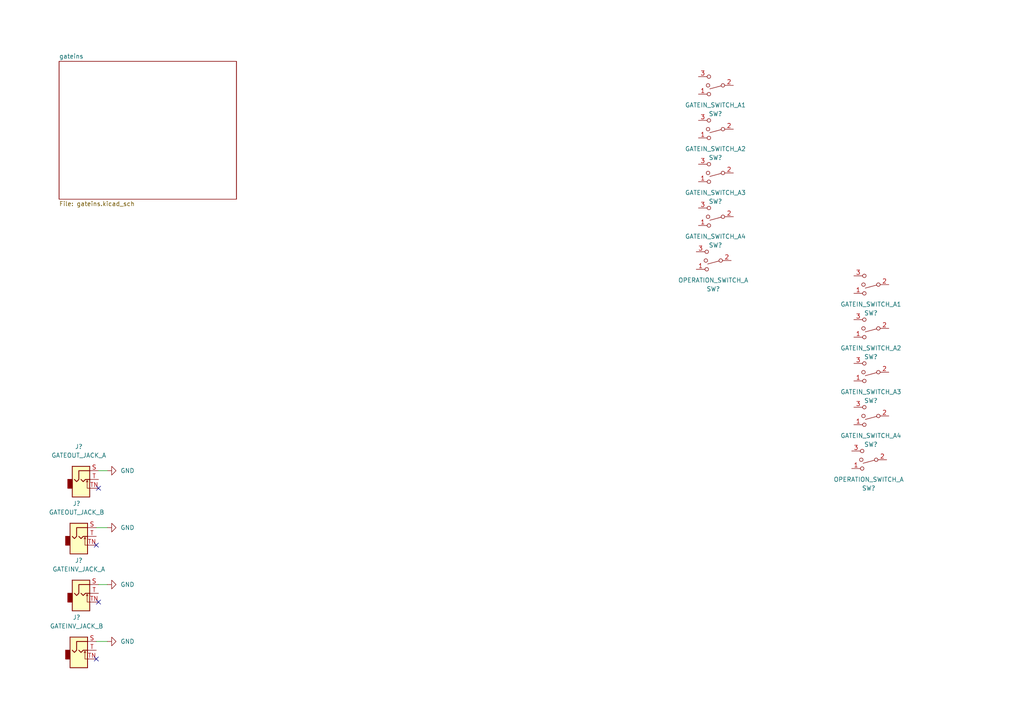
<source format=kicad_sch>
(kicad_sch (version 20211123) (generator eeschema)
  (paper "A4")
  (title_block (title "Logic") (date "2022-03-19") (rev "v0.01") (company "Olivia Artz Modular"))
  (lib_symbols
    (symbol "Switch:SW_SPDT_MSM" (pin_names (offset 0) hide)
      (property "Reference" "SW" (at 0 5.08 0))
      (property "Value" "SW_SPDT_MSM" (at 0 -5.08 0))
      (symbol "SW_SPDT_MSM_0_0"
        (circle (center -2.032 0) (radius 0.508))
        (polyline (pts (xy -1.524 0.127) (xy 1.778 1.016)))
        (circle (center 2.032 -2.54) (radius 0.508))
      )
      (symbol "SW_SPDT_MSM_0_1"
        (circle (center 2.032 2.54) (radius 0.508))
        (circle (center 2.286 0) (radius 0.508))
      )
      (symbol "SW_SPDT_MSM_1_1"
        (pin passive line (at 5.08 2.54 180) (length 2.54) (name "1") (number "1"))
        (pin passive line (at -5.08 0 0) (length 2.54) (name "2") (number "2"))
        (pin passive line (at 5.08 -2.54 180) (length 2.54) (name "3") (number "3"))
      )
    )
    (symbol "power:GND" (power) (pin_names (offset 0))
      (property "Value" "GND" (at 0 -3.81 0))
      (symbol "GND_0_1"
        (polyline (pts (xy 0 0) (xy 0 -1.27) (xy 1.27 -1.27) (xy 0 -2.54) (xy -1.27 -1.27) (xy 0 -1.27)))
      )
      (symbol "GND_1_1"
        (pin power_in line (at 0 0 270) (length 0) hide (name "GND") (number "1"))
      )
    )
    (symbol "winterbloom:Eurorack_Mono_Jack" (pin_names hide)
      (property "Reference" "J" (at 3.302 -4.064 0))
      (property "Value" "Eurorack_Mono_Jack" (at 0 5.08 0))
      (symbol "Eurorack_Mono_Jack_0_1"
        (rectangle (start -2.54 -5.08) (end 2.54 3.81) (stroke (width 0.254)) (fill (type background)))
        (polyline (pts (xy -1.778 -1.016) (xy -2.032 -0.508)))
        (polyline (pts (xy -2.54 1.27) (xy -1.778 1.27) (xy -1.778 -1.016) (xy -1.524 -0.508)))
        (polyline (pts (xy 0 -1.27) (xy -0.635 -0.635) (xy -1.27 -1.27) (xy -2.54 -1.27)) (stroke (width 0.254)))
        (polyline (pts (xy -2.54 -3.81) (xy 0.635 -3.81) (xy 0.635 -1.27) (xy 1.27 -0.635) (xy 1.905 -1.27)) (stroke (width 0.254)))
        (rectangle (start 2.54 -1.27) (end 3.81 1.27) (stroke (width 0.254)) (fill (type outline)))
      )
      (symbol "Eurorack_Mono_Jack_1_1"
        (pin passive line (at -5.08 -3.81 0) (length 2.54) (name "Sleeve") (number "S"))
        (pin passive line (at -5.08 -1.27 0) (length 2.54) (name "Tip") (number "T"))
        (pin passive line (at -5.08 1.27 0) (length 2.54) (name "Tip_normalize") (number "TN"))
      )
    )
  )
  (no_connect (at 27.94 158.115))
  (no_connect (at 28.575 141.605))
  (no_connect (at 27.94 191.135))
  (no_connect (at 28.575 174.625))
  (wire (pts (xy 27.94 186.055) (xy 31.115 186.055)))
  (wire (pts (xy 28.575 169.545) (xy 31.115 169.545)))
  (wire (pts (xy 27.94 153.035) (xy 31.115 153.035)))
  (wire (pts (xy 28.575 136.525) (xy 31.115 136.525)))
  (symbol (lib_id "Switch:SW_SPDT_MSM") (at 252.73 82.55 180) (unit 1)
    (property "Reference" "SW?" (at 252.603 90.805 0))
    (property "Value" "GATEIN_SWITCH_A1" (at 252.603 88.265 0))
  )
  (symbol (lib_id "Switch:SW_SPDT_MSM") (at 252.73 120.65 180) (unit 1)
    (property "Reference" "SW?" (at 252.603 128.905 0))
    (property "Value" "GATEIN_SWITCH_A4" (at 252.603 126.365 0))
  )
  (symbol (lib_id "Switch:SW_SPDT_MSM") (at 207.645 62.865 180) (unit 1)
    (property "Reference" "SW?" (at 207.518 71.12 0))
    (property "Value" "GATEIN_SWITCH_A4" (at 207.518 68.58 0))
  )
  (symbol (lib_id "winterbloom:Eurorack_Mono_Jack") (at 22.86 189.865 180) (unit 1)
    (property "Reference" "J?" (at 22.225 179.07 0))
    (property "Value" "GATEINV_JACK_B" (at 22.225 181.61 0))
    (property "Footprint" "winterbloom:WQP-WQP518MA" (effects hide))
    (property "Datasheet" "http://www.qingpu-electronics.com/en/products/WQP-PJ398SM-362.html" (effects hide))
    (property "mpn" "WQP-WQP518MA" (effects hide))
  )
  (symbol (lib_id "Switch:SW_SPDT_MSM") (at 252.73 95.25 180) (unit 1)
    (property "Reference" "SW?" (at 252.603 103.505 0))
    (property "Value" "GATEIN_SWITCH_A2" (at 252.603 100.965 0))
  )
  (symbol (lib_id "Switch:SW_SPDT_MSM") (at 252.095 133.35 180) (unit 1)
    (property "Reference" "SW?" (at 251.968 141.605 0))
    (property "Value" "OPERATION_SWITCH_A" (at 251.968 139.065 0))
  )
  (symbol (lib_id "Switch:SW_SPDT_MSM") (at 207.645 50.165 180) (unit 1)
    (property "Reference" "SW?" (at 207.518 58.42 0))
    (property "Value" "GATEIN_SWITCH_A3" (at 207.518 55.88 0))
  )
  (symbol (lib_id "winterbloom:Eurorack_Mono_Jack") (at 23.495 173.355 180) (unit 1)
    (property "Reference" "J?" (at 22.86 162.56 0))
    (property "Value" "GATEINV_JACK_A" (at 22.86 165.1 0))
    (property "Footprint" "winterbloom:WQP-WQP518MA" (effects hide))
    (property "Datasheet" "http://www.qingpu-electronics.com/en/products/WQP-PJ398SM-362.html" (effects hide))
    (property "mpn" "WQP-WQP518MA" (effects hide))
  )
  (symbol (lib_id "winterbloom:Eurorack_Mono_Jack") (at 22.86 156.845 180) (unit 1)
    (property "Reference" "J?" (at 22.225 146.05 0))
    (property "Value" "GATEOUT_JACK_B" (at 22.225 148.59 0))
    (property "Footprint" "winterbloom:WQP-WQP518MA" (effects hide))
    (property "Datasheet" "http://www.qingpu-electronics.com/en/products/WQP-PJ398SM-362.html" (effects hide))
    (property "mpn" "WQP-WQP518MA" (effects hide))
  )
  (symbol (lib_id "Switch:SW_SPDT_MSM") (at 207.645 24.765 180) (unit 1)
    (property "Reference" "SW?" (at 207.518 33.02 0))
    (property "Value" "GATEIN_SWITCH_A1" (at 207.518 30.48 0))
  )
  (symbol (lib_id "power:GND") (at 31.115 169.545 90) (unit 1)
    (property "Reference" "#PWR?" (effects hide))
    (property "Value" "GND" (at 34.925 169.5449 90) (effects (justify right)))
  )
  (symbol (lib_id "power:GND") (at 31.115 136.525 90) (unit 1)
    (property "Reference" "#PWR?" (effects hide))
    (property "Value" "GND" (at 34.925 136.5249 90) (effects (justify right)))
  )
  (symbol (lib_id "Switch:SW_SPDT_MSM") (at 207.645 37.465 180) (unit 1)
    (property "Reference" "SW?" (at 207.518 45.72 0))
    (property "Value" "GATEIN_SWITCH_A2" (at 207.518 43.18 0))
  )
  (symbol (lib_id "Switch:SW_SPDT_MSM") (at 207.01 75.565 180) (unit 1)
    (property "Reference" "SW?" (at 206.883 83.82 0))
    (property "Value" "OPERATION_SWITCH_A" (at 206.883 81.28 0))
  )
  (symbol (lib_id "power:GND") (at 31.115 153.035 90) (unit 1)
    (property "Reference" "#PWR?" (effects hide))
    (property "Value" "GND" (at 34.925 153.0349 90) (effects (justify right)))
  )
  (symbol (lib_id "winterbloom:Eurorack_Mono_Jack") (at 23.495 140.335 180) (unit 1)
    (property "Reference" "J?" (at 22.86 129.54 0))
    (property "Value" "GATEOUT_JACK_A" (at 22.86 132.08 0))
    (property "Footprint" "winterbloom:WQP-WQP518MA" (effects hide))
    (property "Datasheet" "http://www.qingpu-electronics.com/en/products/WQP-PJ398SM-362.html" (effects hide))
    (property "mpn" "WQP-WQP518MA" (effects hide))
  )
  (symbol (lib_id "power:GND") (at 31.115 186.055 90) (unit 1)
    (property "Reference" "#PWR?" (effects hide))
    (property "Value" "GND" (at 34.925 186.0549 90) (effects (justify right)))
  )
  (symbol (lib_id "Switch:SW_SPDT_MSM") (at 252.73 107.95 180) (unit 1)
    (property "Reference" "SW?" (at 252.603 116.205 0))
    (property "Value" "GATEIN_SWITCH_A3" (at 252.603 113.665 0))
  )
  (sheet (at 17.145 17.78) (size 51.435 40.005) (stroke (width 0.1524))
    (property "Sheet name" "gateins" (at 17.145 17.0684 0) (effects (justify left bottom)))
    (property "Sheet file" "gateins.kicad_sch" (at 17.145 58.3696 0) (effects (justify left top)))
  )
)
</source>
